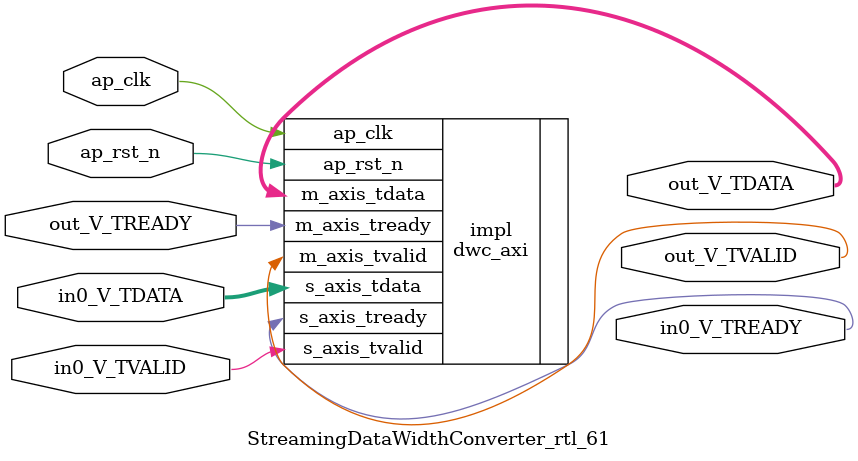
<source format=v>
/******************************************************************************
 * Copyright (C) 2023, Advanced Micro Devices, Inc.
 * All rights reserved.
 *
 * Redistribution and use in source and binary forms, with or without
 * modification, are permitted provided that the following conditions are met:
 *
 *  1. Redistributions of source code must retain the above copyright notice,
 *     this list of conditions and the following disclaimer.
 *
 *  2. Redistributions in binary form must reproduce the above copyright
 *     notice, this list of conditions and the following disclaimer in the
 *     documentation and/or other materials provided with the distribution.
 *
 *  3. Neither the name of the copyright holder nor the names of its
 *     contributors may be used to endorse or promote products derived from
 *     this software without specific prior written permission.
 *
 * THIS SOFTWARE IS PROVIDED BY THE COPYRIGHT HOLDERS AND CONTRIBUTORS "AS IS"
 * AND ANY EXPRESS OR IMPLIED WARRANTIES, INCLUDING, BUT NOT LIMITED TO,
 * THE IMPLIED WARRANTIES OF MERCHANTABILITY AND FITNESS FOR A PARTICULAR
 * PURPOSE ARE DISCLAIMED. IN NO EVENT SHALL THE COPYRIGHT HOLDER OR
 * CONTRIBUTORS BE LIABLE FOR ANY DIRECT, INDIRECT, INCIDENTAL, SPECIAL,
 * EXEMPLARY, OR CONSEQUENTIAL DAMAGES (INCLUDING, BUT NOT LIMITED TO,
 * PROCUREMENT OF SUBSTITUTE GOODS OR SERVICES; LOSS OF USE, DATA, OR PROFITS;
 * OR BUSINESS INTERRUPTION). HOWEVER CAUSED AND ON ANY THEORY OF LIABILITY,
 * WHETHER IN CONTRACT, STRICT LIABILITY, OR TORT (INCLUDING NEGLIGENCE OR
 * OTHERWISE) ARISING IN ANY WAY OUT OF THE USE OF THIS SOFTWARE, EVEN IF
 * ADVISED OF THE POSSIBILITY OF SUCH DAMAGE.
 *****************************************************************************/

module StreamingDataWidthConverter_rtl_61 #(
	parameter  IBITS = 4,
	parameter  OBITS = 256,

	parameter  AXI_IBITS = (IBITS+7)/8 * 8,
	parameter  AXI_OBITS = (OBITS+7)/8 * 8
)(
	//- Global Control ------------------
	(* X_INTERFACE_INFO = "xilinx.com:signal:clock:1.0 ap_clk CLK" *)
	(* X_INTERFACE_PARAMETER = "ASSOCIATED_BUSIF in0_V:out_V, ASSOCIATED_RESET ap_rst_n" *)
	input	ap_clk,
	(* X_INTERFACE_PARAMETER = "POLARITY ACTIVE_LOW" *)
	input	ap_rst_n,

	//- AXI Stream - Input --------------
	output	in0_V_TREADY,
	input	in0_V_TVALID,
	input	[AXI_IBITS-1:0]  in0_V_TDATA,

	//- AXI Stream - Output -------------
	input	out_V_TREADY,
	output	out_V_TVALID,
	output	[AXI_OBITS-1:0]  out_V_TDATA
);

	dwc_axi #(
		.IBITS(IBITS),
		.OBITS(OBITS)
	) impl (
		.ap_clk(ap_clk),
		.ap_rst_n(ap_rst_n),
		.s_axis_tready(in0_V_TREADY),
		.s_axis_tvalid(in0_V_TVALID),
		.s_axis_tdata(in0_V_TDATA),
		.m_axis_tready(out_V_TREADY),
		.m_axis_tvalid(out_V_TVALID),
		.m_axis_tdata(out_V_TDATA)
	);

endmodule

</source>
